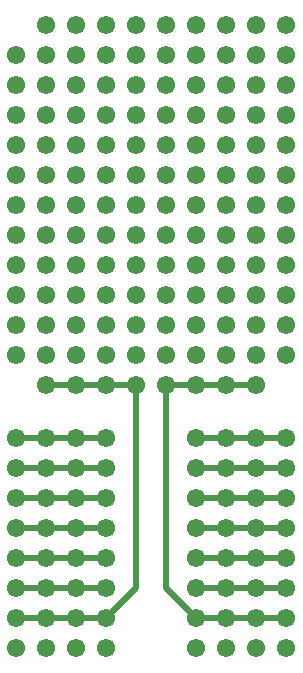
<source format=gbr>
%TF.GenerationSoftware,KiCad,Pcbnew,8.0.2*%
%TF.CreationDate,2024-07-30T14:24:35+02:00*%
%TF.ProjectId,mikrobus_protoboardPCB,6d696b72-6f62-4757-935f-70726f746f62,rev?*%
%TF.SameCoordinates,Original*%
%TF.FileFunction,Copper,L2,Bot*%
%TF.FilePolarity,Positive*%
%FSLAX46Y46*%
G04 Gerber Fmt 4.6, Leading zero omitted, Abs format (unit mm)*
G04 Created by KiCad (PCBNEW 8.0.2) date 2024-07-30 14:24:35*
%MOMM*%
%LPD*%
G01*
G04 APERTURE LIST*
%TA.AperFunction,ViaPad*%
%ADD10C,1.550000*%
%TD*%
%TA.AperFunction,Conductor*%
%ADD11C,0.500000*%
%TD*%
G04 APERTURE END LIST*
D10*
%TO.N,*%
X170060000Y-73180000D03*
X152280000Y-63020000D03*
X159900000Y-63020000D03*
X149740000Y-68100000D03*
X159900000Y-70640000D03*
X164980000Y-70640000D03*
X149740000Y-52860000D03*
X149740000Y-70640000D03*
X162440000Y-52860000D03*
X149740000Y-63020000D03*
X154820000Y-63020000D03*
X162440000Y-60480000D03*
X172600000Y-52860000D03*
X162440000Y-75720000D03*
X170060000Y-70640000D03*
X154820000Y-70640000D03*
X170060000Y-55400000D03*
X170060000Y-68100000D03*
X172600000Y-63020000D03*
X167520000Y-52860000D03*
X170060000Y-63020000D03*
X162440000Y-55400000D03*
X159900000Y-68100000D03*
X152280000Y-70640000D03*
X170060000Y-65560000D03*
X157360000Y-75720000D03*
X164980000Y-55400000D03*
X154820000Y-73180000D03*
X157360000Y-63020000D03*
X170060000Y-60480000D03*
X162440000Y-57940000D03*
X157360000Y-55400000D03*
X167520000Y-70640000D03*
X162440000Y-65560000D03*
X152280000Y-75720000D03*
X152280000Y-73180000D03*
X162440000Y-78260000D03*
X154820000Y-60480000D03*
X152280000Y-78260000D03*
X170060000Y-57940000D03*
X164980000Y-63020000D03*
X172600000Y-68100000D03*
X152280000Y-55400000D03*
X172600000Y-60480000D03*
X157360000Y-68100000D03*
X162440000Y-70640000D03*
X159900000Y-60480000D03*
X159900000Y-75720000D03*
X154820000Y-68100000D03*
X170060000Y-52860000D03*
X172600000Y-57940000D03*
X159900000Y-55400000D03*
X167520000Y-75720000D03*
X152280000Y-52860000D03*
X154820000Y-52860000D03*
X157360000Y-60480000D03*
X157360000Y-65560000D03*
X164980000Y-57940000D03*
X167520000Y-63020000D03*
X159900000Y-73180000D03*
X149740000Y-55400000D03*
X154820000Y-78260000D03*
X164980000Y-68100000D03*
X167520000Y-68100000D03*
X162440000Y-63020000D03*
X157360000Y-70640000D03*
X154820000Y-75720000D03*
X152280000Y-68100000D03*
X162440000Y-73180000D03*
X172600000Y-55400000D03*
X157360000Y-73180000D03*
X159900000Y-57940000D03*
X157360000Y-52860000D03*
X157360000Y-57940000D03*
X154820000Y-65560000D03*
X172600000Y-65560000D03*
X172600000Y-75720000D03*
X167520000Y-57940000D03*
X159900000Y-52860000D03*
X154820000Y-57940000D03*
X164980000Y-73180000D03*
X149740000Y-78260000D03*
X149740000Y-73180000D03*
X164980000Y-65560000D03*
X164980000Y-75720000D03*
X152280000Y-65560000D03*
X167520000Y-65560000D03*
X149740000Y-65560000D03*
X152280000Y-60480000D03*
X157360000Y-78260000D03*
X167520000Y-55400000D03*
X159900000Y-65560000D03*
X167520000Y-78260000D03*
X167520000Y-73180000D03*
X167520000Y-60480000D03*
X149740000Y-75720000D03*
X164980000Y-60480000D03*
X159900000Y-78260000D03*
X164980000Y-52860000D03*
X149740000Y-57940000D03*
X152280000Y-57940000D03*
X172600000Y-78260000D03*
X172600000Y-70640000D03*
X172600000Y-73180000D03*
X170060000Y-75720000D03*
X170060000Y-78260000D03*
X154820000Y-55400000D03*
X162440000Y-68100000D03*
X164980000Y-78260000D03*
X149740000Y-60480000D03*
%TO.N,GND*%
X164980000Y-50320000D03*
X162440000Y-50320000D03*
X152280000Y-50320000D03*
X167530000Y-103080000D03*
X172600000Y-50320000D03*
X159900000Y-50320000D03*
X157360000Y-50320000D03*
X164990000Y-103080000D03*
X154830000Y-103090000D03*
X170060000Y-50320000D03*
X154820000Y-50320000D03*
X149750000Y-103090000D03*
X152290000Y-103090000D03*
X172610000Y-103080000D03*
X157370000Y-103090000D03*
X170070000Y-103080000D03*
X167520000Y-50320000D03*
%TO.N,3V3*%
X159900000Y-80800000D03*
X154820000Y-80800000D03*
X157370000Y-100550000D03*
X157360000Y-80800000D03*
X152280000Y-80800000D03*
X152290000Y-100550000D03*
X154830000Y-100550000D03*
X149750000Y-100550000D03*
%TO.N,5V*%
X170060000Y-80800000D03*
X164980000Y-80800000D03*
X167530000Y-100540000D03*
X167520000Y-80800000D03*
X164990000Y-100540000D03*
X162440000Y-80800000D03*
X170070000Y-100540000D03*
X172610000Y-100540000D03*
%TO.N,PWD*%
X167530000Y-85300000D03*
X164990000Y-85300000D03*
X172610000Y-85300000D03*
X170070000Y-85300000D03*
%TO.N,INT*%
X164990000Y-87840000D03*
X172610000Y-87840000D03*
X170070000Y-87840000D03*
X167530000Y-87840000D03*
%TO.N,RX*%
X170070000Y-90380000D03*
X167530000Y-90380000D03*
X172610000Y-90380000D03*
X164990000Y-90380000D03*
%TO.N,TX*%
X170070000Y-92920000D03*
X167530000Y-92920000D03*
X172610000Y-92920000D03*
X164990000Y-92920000D03*
%TO.N,SCL*%
X172610000Y-95460000D03*
X164990000Y-95460000D03*
X170070000Y-95460000D03*
X167530000Y-95460000D03*
%TO.N,SDA*%
X167530000Y-98000000D03*
X172610000Y-98000000D03*
X170070000Y-98000000D03*
X164990000Y-98000000D03*
%TO.N,MOSI*%
X149750000Y-98010000D03*
X157370000Y-98010000D03*
X152290000Y-98010000D03*
X154830000Y-98010000D03*
%TO.N,MISO*%
X157370000Y-95470000D03*
X154830000Y-95470000D03*
X152290000Y-95470000D03*
X149750000Y-95470000D03*
%TO.N,SCK*%
X152290000Y-92930000D03*
X157370000Y-92930000D03*
X154830000Y-92930000D03*
X149750000Y-92930000D03*
%TO.N,CS*%
X154830000Y-90390000D03*
X149750000Y-90390000D03*
X157370000Y-90390000D03*
X152290000Y-90390000D03*
%TO.N,RST*%
X152290000Y-87850000D03*
X157370000Y-87850000D03*
X154830000Y-87850000D03*
X149750000Y-87850000D03*
%TO.N,AN*%
X154830000Y-85310000D03*
X152290000Y-85310000D03*
X149750000Y-85310000D03*
X157370000Y-85310000D03*
%TD*%
D11*
%TO.N,GND*%
X164750000Y-103080000D02*
X164990000Y-103080000D01*
X164870000Y-103080000D02*
X164990000Y-103080000D01*
%TO.N,3V3*%
X159900000Y-98020000D02*
X157370000Y-100550000D01*
X154820000Y-80800000D02*
X157360000Y-80800000D01*
X157370000Y-100550000D02*
X154830000Y-100550000D01*
X152290000Y-100550000D02*
X149750000Y-100550000D01*
X154830000Y-100550000D02*
X152290000Y-100550000D01*
X152280000Y-80800000D02*
X154820000Y-80800000D01*
X157360000Y-80800000D02*
X159900000Y-80800000D01*
X159900000Y-80800000D02*
X159900000Y-98020000D01*
%TO.N,5V*%
X162440000Y-80800000D02*
X164980000Y-80800000D01*
X167530000Y-100540000D02*
X170070000Y-100540000D01*
X170070000Y-100540000D02*
X172610000Y-100540000D01*
X164990000Y-100540000D02*
X167530000Y-100540000D01*
X167520000Y-80800000D02*
X170060000Y-80800000D01*
X162440000Y-97990000D02*
X164990000Y-100540000D01*
X164980000Y-80800000D02*
X167520000Y-80800000D01*
X162440000Y-80800000D02*
X162440000Y-97990000D01*
%TO.N,PWD*%
X167530000Y-85300000D02*
X170070000Y-85300000D01*
X164990000Y-85300000D02*
X167530000Y-85300000D01*
X170070000Y-85300000D02*
X172610000Y-85300000D01*
%TO.N,INT*%
X164990000Y-87840000D02*
X167530000Y-87840000D01*
X167530000Y-87840000D02*
X170070000Y-87840000D01*
X170070000Y-87840000D02*
X172610000Y-87840000D01*
%TO.N,RX*%
X167530000Y-90380000D02*
X170070000Y-90380000D01*
X164990000Y-90380000D02*
X167530000Y-90380000D01*
X170070000Y-90380000D02*
X172610000Y-90380000D01*
%TO.N,TX*%
X172610000Y-92920000D02*
X170070000Y-92920000D01*
X167530000Y-92920000D02*
X164990000Y-92920000D01*
X170070000Y-92920000D02*
X167530000Y-92920000D01*
%TO.N,SCL*%
X164990000Y-95460000D02*
X167530000Y-95460000D01*
X172610000Y-95460000D02*
X170070000Y-95460000D01*
X167530000Y-95460000D02*
X170070000Y-95460000D01*
%TO.N,SDA*%
X167530000Y-98000000D02*
X164990000Y-98000000D01*
X172610000Y-98000000D02*
X170070000Y-98000000D01*
X170070000Y-98000000D02*
X167530000Y-98000000D01*
%TO.N,MOSI*%
X152290000Y-98010000D02*
X154830000Y-98010000D01*
X154830000Y-98010000D02*
X157370000Y-98010000D01*
X149750000Y-98010000D02*
X152290000Y-98010000D01*
%TO.N,MISO*%
X152290000Y-95470000D02*
X154830000Y-95470000D01*
X154830000Y-95470000D02*
X157370000Y-95470000D01*
X149750000Y-95470000D02*
X152290000Y-95470000D01*
%TO.N,SCK*%
X152290000Y-92930000D02*
X154830000Y-92930000D01*
X149750000Y-92930000D02*
X152290000Y-92930000D01*
X157370000Y-92930000D02*
X154830000Y-92930000D01*
%TO.N,CS*%
X154830000Y-90390000D02*
X157370000Y-90390000D01*
X149750000Y-90390000D02*
X152290000Y-90390000D01*
X152290000Y-90390000D02*
X154830000Y-90390000D01*
%TO.N,RST*%
X152290000Y-87850000D02*
X149750000Y-87850000D01*
X152290000Y-87850000D02*
X154830000Y-87850000D01*
X157370000Y-87850000D02*
X154830000Y-87850000D01*
%TO.N,AN*%
X152290000Y-85310000D02*
X154830000Y-85310000D01*
X154830000Y-85310000D02*
X157370000Y-85310000D01*
X149750000Y-85310000D02*
X152290000Y-85310000D01*
%TD*%
M02*

</source>
